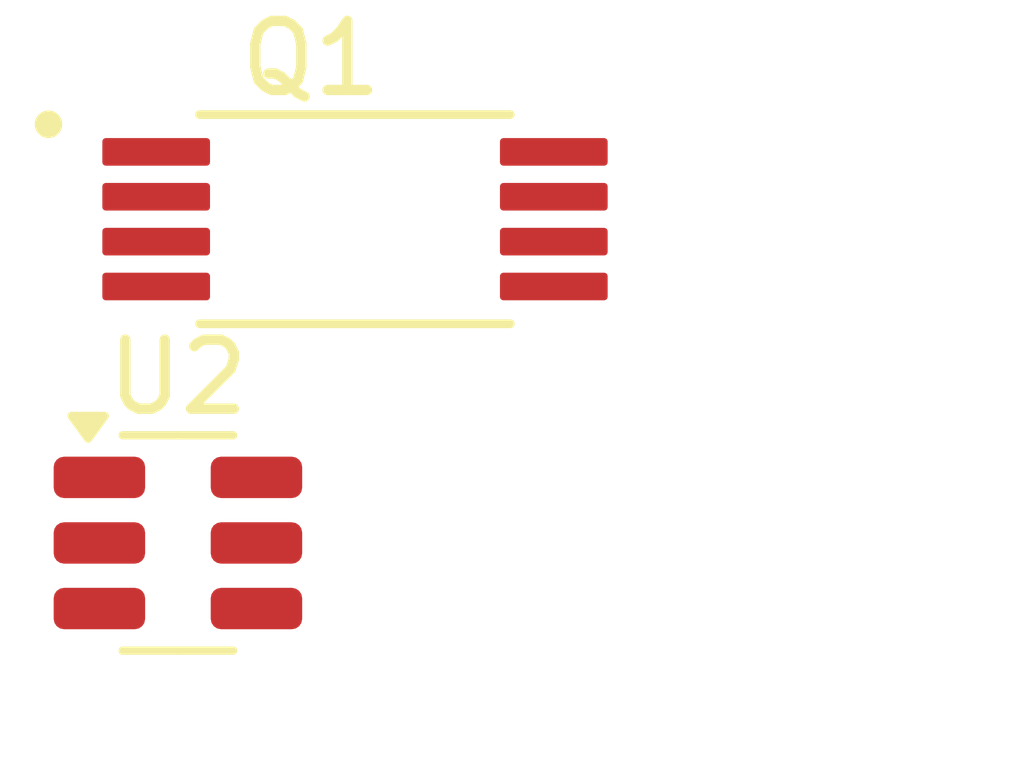
<source format=kicad_pcb>
(kicad_pcb (version 20241229) (generator "pcbnew") (generator_version "9.0")
  (layers (0 "F.Cu" signal) (2 "B.Cu" signal) (13 "F.Paste" user) (15 "B.Paste" user) (5 "F.SilkS" user "F.Silkscreen") (7 "B.SilkS" user "B.Silkscreen") (1 "F.Mask" user) (3 "B.Mask" user) (25 "Edge.Cuts" user))
  (net 0 "")
  (net 1 "-BATT")
  (net 2 "Net-(U2-OC)")
  (net 3 "GND")
  (net 4 "Net-(U2-OD)")
  (net 7 "Net-(U2-CS)")
  (net 9 "Net-(U2-VCC)")
  (footprint "Package_TO_SOT_SMD:SOT-23-6" (layer "F.Cu") (at 129.555 92.215)
    (property "Reference" "U2" (at 0 -2.4 0) (layer "F.SilkS"))
    (property "Value" "DW01A")
    (fp_line (start 0 -1.56) (end -0.8 -1.56) (stroke (width 0.12)) (layer "F.SilkS"))
    (fp_line (start 0 -1.56) (end 0.8 -1.56) (stroke (width 0.12)) (layer "F.SilkS"))
    (fp_line (start 0 1.56) (end -0.8 1.56) (stroke (width 0.12)) (layer "F.SilkS"))
    (fp_line (start 0 1.56) (end 0.8 1.56) (stroke (width 0.12)) (layer "F.SilkS"))
    (fp_poly (pts (xy -1.3 -1.51) (xy -1.54 -1.84) (xy -1.06 -1.84)) (stroke (width 0.12)) (fill yes) (layer "F.SilkS"))
    (pad "1" smd roundrect (at -1.1375 -0.95) (size 1.325 0.6) (layers "F.Cu" "F.Mask" "F.Paste") (net 4 "Net-(U2-OD)"))
    (pad "2" smd roundrect (at -1.1375 0) (size 1.325 0.6) (layers "F.Cu" "F.Mask" "F.Paste") (net 7 "Net-(U2-CS)"))
    (pad "3" smd roundrect (at -1.1375 0.95) (size 1.325 0.6) (layers "F.Cu" "F.Mask" "F.Paste") (net 2 "Net-(U2-OC)"))
    (pad "4" smd roundrect (at 1.1375 0.95) (size 1.325 0.6) (layers "F.Cu" "F.Mask" "F.Paste"))
    (pad "5" smd roundrect (at 1.1375 0) (size 1.325 0.6) (layers "F.Cu" "F.Mask" "F.Paste") (net 9 "Net-(U2-VCC)"))
    (pad "6" smd roundrect (at 1.1375 -0.95) (size 1.325 0.6) (layers "F.Cu" "F.Mask" "F.Paste") (net 1 "-BATT"))
  )
  (footprint "FS8205A:SOP65P640X120-8N" (layer "F.Cu") (at 132.12 87.525)
    (property "Reference" "Q1" (at -0.635 -2.327 0) (layer "F.SilkS"))
    (property "Value" "FS8205A")
    (fp_line (start -2.25 -1.515) (end 2.25 -1.515) (stroke (width 0.127)) (layer "F.SilkS"))
    (fp_line (start -2.25 1.515) (end 2.25 1.515) (stroke (width 0.127)) (layer "F.SilkS"))
    (fp_circle (center -4.44 -1.375) (end -4.34 -1.375) (stroke (width 0.2)) (fill no) (layer "F.SilkS"))
    (pad "1" smd roundrect (at -2.88 -0.975) (size 1.56 0.4) (layers "F.Cu" "F.Mask" "F.Paste") (roundrect_rratio 0.125))
    (pad "2" smd roundrect (at -2.88 -0.325) (size 1.56 0.4) (layers "F.Cu" "F.Mask" "F.Paste") (roundrect_rratio 0.125) (net 1 "-BATT"))
    (pad "3" smd roundrect (at -2.88 0.325) (size 1.56 0.4) (layers "F.Cu" "F.Mask" "F.Paste") (roundrect_rratio 0.125) (net 1 "-BATT"))
    (pad "4" smd roundrect (at -2.88 0.975) (size 1.56 0.4) (layers "F.Cu" "F.Mask" "F.Paste") (roundrect_rratio 0.125) (net 4 "Net-(U2-OD)"))
    (pad "5" smd roundrect (at 2.88 0.975) (size 1.56 0.4) (layers "F.Cu" "F.Mask" "F.Paste") (roundrect_rratio 0.125) (net 2 "Net-(U2-OC)"))
    (pad "6" smd roundrect (at 2.88 0.325) (size 1.56 0.4) (layers "F.Cu" "F.Mask" "F.Paste") (roundrect_rratio 0.125) (net 3 "GND"))
    (pad "7" smd roundrect (at 2.88 -0.325) (size 1.56 0.4) (layers "F.Cu" "F.Mask" "F.Paste") (roundrect_rratio 0.125) (net 3 "GND"))
    (pad "8" smd roundrect (at 2.88 -0.975) (size 1.56 0.4) (layers "F.Cu" "F.Mask" "F.Paste") (roundrect_rratio 0.125))
  )
)
</source>
